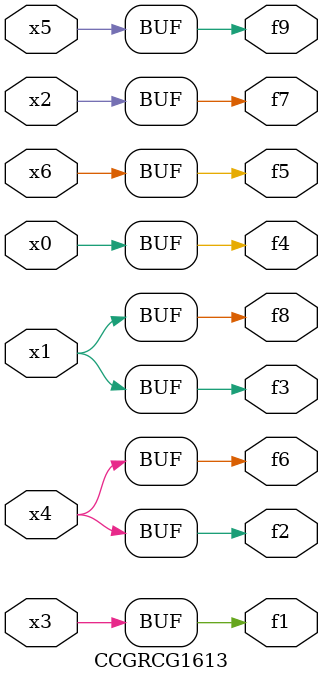
<source format=v>
module CCGRCG1613(
	input x0, x1, x2, x3, x4, x5, x6,
	output f1, f2, f3, f4, f5, f6, f7, f8, f9
);
	assign f1 = x3;
	assign f2 = x4;
	assign f3 = x1;
	assign f4 = x0;
	assign f5 = x6;
	assign f6 = x4;
	assign f7 = x2;
	assign f8 = x1;
	assign f9 = x5;
endmodule

</source>
